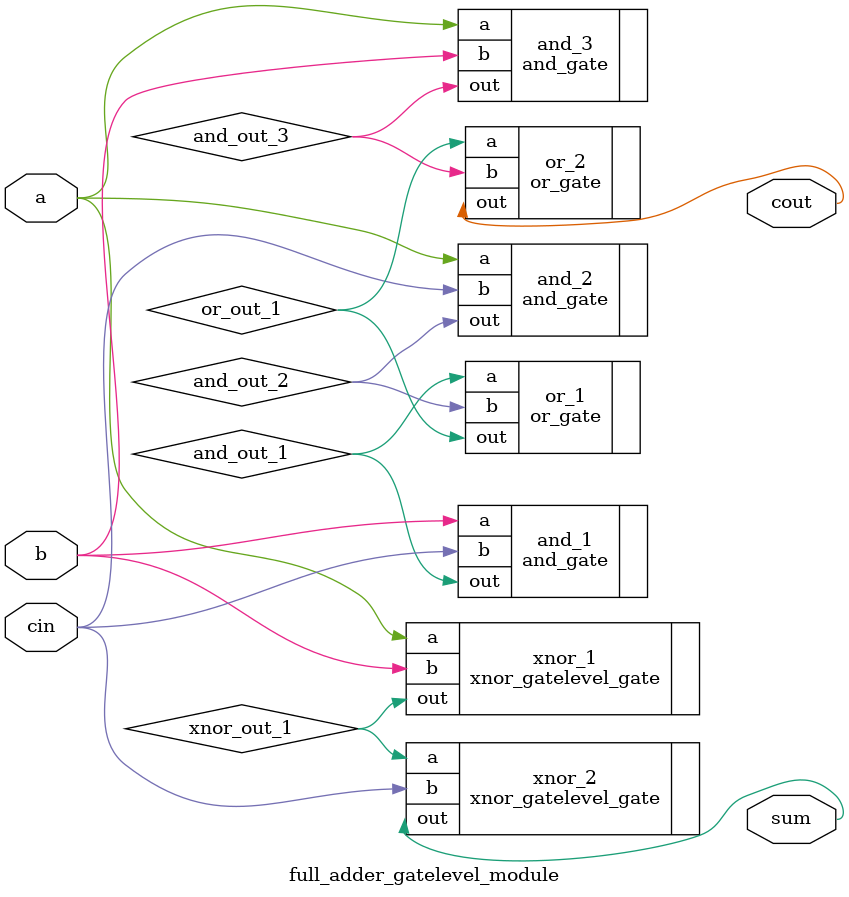
<source format=v>

module full_adder_gatelevel_module (a, b, cin, sum, cout);
	input a, b, cin;
	output sum, cout;


	// xor_out_1 and xnor_out_2 is not used
	// wire xor_out_1;
	wire xnor_out_1;
	// xnor_out_2;
	// wire not_out_1;

	wire and_out_1, and_out_2, and_out_3;
	wire or_out_1;

	//sum = (a⊙b)⊙(cin)
	//Fill this out
	xnor_gatelevel_gate xnor_1 (.a(a), .b(b), .out(xnor_out_1));
	xnor_gatelevel_gate xnor_2 (.a(xnor_out_1), .b(cin), .out(sum));
	
	//cout = b(cin) + a(cin) + ab
	//Fill this out
	and_gate and_1 (.a(b), .b(cin), .out(and_out_1));
	and_gate and_2 (.a(a), .b(cin), .out(and_out_2));
	and_gate and_3 (.a(a), .b(b), .out(and_out_3));
	
	or_gate or_1 (.a(and_out_1), .b(and_out_2), .out(or_out_1));
	or_gate or_2 (.a(or_out_1), .b(and_out_3), .out(cout));
	
endmodule
</source>
